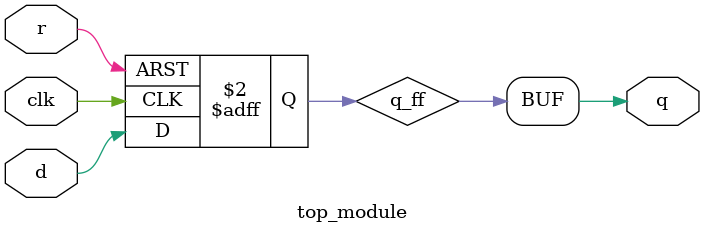
<source format=sv>
module top_module (
	input clk,
	input d,
	input r,
	output logic q
);
	
	logic q_ff;
	
	always_ff @(posedge clk or posedge r) begin
		if (r)
			q_ff <= 0;
		else if (clk)
			q_ff <= d;
	end
	
	assign q = q_ff;
	
endmodule

</source>
